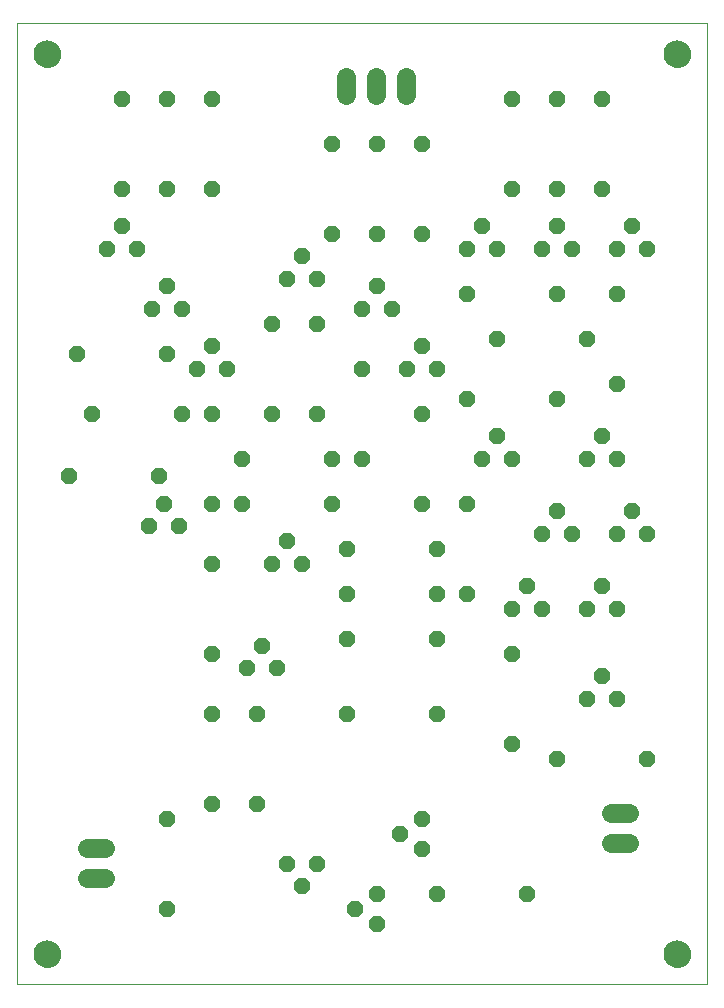
<source format=gbs>
G75*
%MOIN*%
%OFA0B0*%
%FSLAX25Y25*%
%IPPOS*%
%LPD*%
%AMOC8*
5,1,8,0,0,1.08239X$1,22.5*
%
%ADD10C,0.00000*%
%ADD11C,0.09061*%
%ADD12OC8,0.05600*%
%ADD13C,0.06400*%
D10*
X0007700Y0006850D02*
X0007700Y0327051D01*
X0237621Y0327051D01*
X0237615Y0327050D02*
X0237615Y0006845D01*
X0237621Y0006850D02*
X0007700Y0006850D01*
X0013369Y0016850D02*
X0013371Y0016981D01*
X0013377Y0017113D01*
X0013387Y0017244D01*
X0013401Y0017375D01*
X0013419Y0017505D01*
X0013441Y0017634D01*
X0013466Y0017763D01*
X0013496Y0017891D01*
X0013530Y0018018D01*
X0013567Y0018145D01*
X0013608Y0018269D01*
X0013653Y0018393D01*
X0013702Y0018515D01*
X0013754Y0018636D01*
X0013810Y0018754D01*
X0013870Y0018872D01*
X0013933Y0018987D01*
X0014000Y0019100D01*
X0014070Y0019212D01*
X0014143Y0019321D01*
X0014219Y0019427D01*
X0014299Y0019532D01*
X0014382Y0019634D01*
X0014468Y0019733D01*
X0014557Y0019830D01*
X0014649Y0019924D01*
X0014744Y0020015D01*
X0014841Y0020104D01*
X0014941Y0020189D01*
X0015044Y0020271D01*
X0015149Y0020350D01*
X0015256Y0020426D01*
X0015366Y0020498D01*
X0015478Y0020567D01*
X0015592Y0020633D01*
X0015707Y0020695D01*
X0015825Y0020754D01*
X0015944Y0020809D01*
X0016065Y0020861D01*
X0016188Y0020908D01*
X0016312Y0020952D01*
X0016437Y0020993D01*
X0016563Y0021029D01*
X0016691Y0021062D01*
X0016819Y0021090D01*
X0016948Y0021115D01*
X0017078Y0021136D01*
X0017208Y0021153D01*
X0017339Y0021166D01*
X0017470Y0021175D01*
X0017601Y0021180D01*
X0017733Y0021181D01*
X0017864Y0021178D01*
X0017996Y0021171D01*
X0018127Y0021160D01*
X0018257Y0021145D01*
X0018387Y0021126D01*
X0018517Y0021103D01*
X0018645Y0021077D01*
X0018773Y0021046D01*
X0018900Y0021011D01*
X0019026Y0020973D01*
X0019150Y0020931D01*
X0019274Y0020885D01*
X0019395Y0020835D01*
X0019515Y0020782D01*
X0019634Y0020725D01*
X0019751Y0020665D01*
X0019865Y0020601D01*
X0019978Y0020533D01*
X0020089Y0020462D01*
X0020198Y0020388D01*
X0020304Y0020311D01*
X0020408Y0020230D01*
X0020509Y0020147D01*
X0020608Y0020060D01*
X0020704Y0019970D01*
X0020797Y0019877D01*
X0020888Y0019782D01*
X0020975Y0019684D01*
X0021060Y0019583D01*
X0021141Y0019480D01*
X0021219Y0019374D01*
X0021294Y0019266D01*
X0021366Y0019156D01*
X0021434Y0019044D01*
X0021499Y0018930D01*
X0021560Y0018813D01*
X0021618Y0018695D01*
X0021672Y0018575D01*
X0021723Y0018454D01*
X0021770Y0018331D01*
X0021813Y0018207D01*
X0021852Y0018082D01*
X0021888Y0017955D01*
X0021919Y0017827D01*
X0021947Y0017699D01*
X0021971Y0017570D01*
X0021991Y0017440D01*
X0022007Y0017309D01*
X0022019Y0017178D01*
X0022027Y0017047D01*
X0022031Y0016916D01*
X0022031Y0016784D01*
X0022027Y0016653D01*
X0022019Y0016522D01*
X0022007Y0016391D01*
X0021991Y0016260D01*
X0021971Y0016130D01*
X0021947Y0016001D01*
X0021919Y0015873D01*
X0021888Y0015745D01*
X0021852Y0015618D01*
X0021813Y0015493D01*
X0021770Y0015369D01*
X0021723Y0015246D01*
X0021672Y0015125D01*
X0021618Y0015005D01*
X0021560Y0014887D01*
X0021499Y0014770D01*
X0021434Y0014656D01*
X0021366Y0014544D01*
X0021294Y0014434D01*
X0021219Y0014326D01*
X0021141Y0014220D01*
X0021060Y0014117D01*
X0020975Y0014016D01*
X0020888Y0013918D01*
X0020797Y0013823D01*
X0020704Y0013730D01*
X0020608Y0013640D01*
X0020509Y0013553D01*
X0020408Y0013470D01*
X0020304Y0013389D01*
X0020198Y0013312D01*
X0020089Y0013238D01*
X0019978Y0013167D01*
X0019866Y0013099D01*
X0019751Y0013035D01*
X0019634Y0012975D01*
X0019515Y0012918D01*
X0019395Y0012865D01*
X0019274Y0012815D01*
X0019150Y0012769D01*
X0019026Y0012727D01*
X0018900Y0012689D01*
X0018773Y0012654D01*
X0018645Y0012623D01*
X0018517Y0012597D01*
X0018387Y0012574D01*
X0018257Y0012555D01*
X0018127Y0012540D01*
X0017996Y0012529D01*
X0017864Y0012522D01*
X0017733Y0012519D01*
X0017601Y0012520D01*
X0017470Y0012525D01*
X0017339Y0012534D01*
X0017208Y0012547D01*
X0017078Y0012564D01*
X0016948Y0012585D01*
X0016819Y0012610D01*
X0016691Y0012638D01*
X0016563Y0012671D01*
X0016437Y0012707D01*
X0016312Y0012748D01*
X0016188Y0012792D01*
X0016065Y0012839D01*
X0015944Y0012891D01*
X0015825Y0012946D01*
X0015707Y0013005D01*
X0015592Y0013067D01*
X0015478Y0013133D01*
X0015366Y0013202D01*
X0015256Y0013274D01*
X0015149Y0013350D01*
X0015044Y0013429D01*
X0014941Y0013511D01*
X0014841Y0013596D01*
X0014744Y0013685D01*
X0014649Y0013776D01*
X0014557Y0013870D01*
X0014468Y0013967D01*
X0014382Y0014066D01*
X0014299Y0014168D01*
X0014219Y0014273D01*
X0014143Y0014379D01*
X0014070Y0014488D01*
X0014000Y0014600D01*
X0013933Y0014713D01*
X0013870Y0014828D01*
X0013810Y0014946D01*
X0013754Y0015064D01*
X0013702Y0015185D01*
X0013653Y0015307D01*
X0013608Y0015431D01*
X0013567Y0015555D01*
X0013530Y0015682D01*
X0013496Y0015809D01*
X0013466Y0015937D01*
X0013441Y0016066D01*
X0013419Y0016195D01*
X0013401Y0016325D01*
X0013387Y0016456D01*
X0013377Y0016587D01*
X0013371Y0016719D01*
X0013369Y0016850D01*
X0223369Y0016850D02*
X0223371Y0016981D01*
X0223377Y0017113D01*
X0223387Y0017244D01*
X0223401Y0017375D01*
X0223419Y0017505D01*
X0223441Y0017634D01*
X0223466Y0017763D01*
X0223496Y0017891D01*
X0223530Y0018018D01*
X0223567Y0018145D01*
X0223608Y0018269D01*
X0223653Y0018393D01*
X0223702Y0018515D01*
X0223754Y0018636D01*
X0223810Y0018754D01*
X0223870Y0018872D01*
X0223933Y0018987D01*
X0224000Y0019100D01*
X0224070Y0019212D01*
X0224143Y0019321D01*
X0224219Y0019427D01*
X0224299Y0019532D01*
X0224382Y0019634D01*
X0224468Y0019733D01*
X0224557Y0019830D01*
X0224649Y0019924D01*
X0224744Y0020015D01*
X0224841Y0020104D01*
X0224941Y0020189D01*
X0225044Y0020271D01*
X0225149Y0020350D01*
X0225256Y0020426D01*
X0225366Y0020498D01*
X0225478Y0020567D01*
X0225592Y0020633D01*
X0225707Y0020695D01*
X0225825Y0020754D01*
X0225944Y0020809D01*
X0226065Y0020861D01*
X0226188Y0020908D01*
X0226312Y0020952D01*
X0226437Y0020993D01*
X0226563Y0021029D01*
X0226691Y0021062D01*
X0226819Y0021090D01*
X0226948Y0021115D01*
X0227078Y0021136D01*
X0227208Y0021153D01*
X0227339Y0021166D01*
X0227470Y0021175D01*
X0227601Y0021180D01*
X0227733Y0021181D01*
X0227864Y0021178D01*
X0227996Y0021171D01*
X0228127Y0021160D01*
X0228257Y0021145D01*
X0228387Y0021126D01*
X0228517Y0021103D01*
X0228645Y0021077D01*
X0228773Y0021046D01*
X0228900Y0021011D01*
X0229026Y0020973D01*
X0229150Y0020931D01*
X0229274Y0020885D01*
X0229395Y0020835D01*
X0229515Y0020782D01*
X0229634Y0020725D01*
X0229751Y0020665D01*
X0229865Y0020601D01*
X0229978Y0020533D01*
X0230089Y0020462D01*
X0230198Y0020388D01*
X0230304Y0020311D01*
X0230408Y0020230D01*
X0230509Y0020147D01*
X0230608Y0020060D01*
X0230704Y0019970D01*
X0230797Y0019877D01*
X0230888Y0019782D01*
X0230975Y0019684D01*
X0231060Y0019583D01*
X0231141Y0019480D01*
X0231219Y0019374D01*
X0231294Y0019266D01*
X0231366Y0019156D01*
X0231434Y0019044D01*
X0231499Y0018930D01*
X0231560Y0018813D01*
X0231618Y0018695D01*
X0231672Y0018575D01*
X0231723Y0018454D01*
X0231770Y0018331D01*
X0231813Y0018207D01*
X0231852Y0018082D01*
X0231888Y0017955D01*
X0231919Y0017827D01*
X0231947Y0017699D01*
X0231971Y0017570D01*
X0231991Y0017440D01*
X0232007Y0017309D01*
X0232019Y0017178D01*
X0232027Y0017047D01*
X0232031Y0016916D01*
X0232031Y0016784D01*
X0232027Y0016653D01*
X0232019Y0016522D01*
X0232007Y0016391D01*
X0231991Y0016260D01*
X0231971Y0016130D01*
X0231947Y0016001D01*
X0231919Y0015873D01*
X0231888Y0015745D01*
X0231852Y0015618D01*
X0231813Y0015493D01*
X0231770Y0015369D01*
X0231723Y0015246D01*
X0231672Y0015125D01*
X0231618Y0015005D01*
X0231560Y0014887D01*
X0231499Y0014770D01*
X0231434Y0014656D01*
X0231366Y0014544D01*
X0231294Y0014434D01*
X0231219Y0014326D01*
X0231141Y0014220D01*
X0231060Y0014117D01*
X0230975Y0014016D01*
X0230888Y0013918D01*
X0230797Y0013823D01*
X0230704Y0013730D01*
X0230608Y0013640D01*
X0230509Y0013553D01*
X0230408Y0013470D01*
X0230304Y0013389D01*
X0230198Y0013312D01*
X0230089Y0013238D01*
X0229978Y0013167D01*
X0229866Y0013099D01*
X0229751Y0013035D01*
X0229634Y0012975D01*
X0229515Y0012918D01*
X0229395Y0012865D01*
X0229274Y0012815D01*
X0229150Y0012769D01*
X0229026Y0012727D01*
X0228900Y0012689D01*
X0228773Y0012654D01*
X0228645Y0012623D01*
X0228517Y0012597D01*
X0228387Y0012574D01*
X0228257Y0012555D01*
X0228127Y0012540D01*
X0227996Y0012529D01*
X0227864Y0012522D01*
X0227733Y0012519D01*
X0227601Y0012520D01*
X0227470Y0012525D01*
X0227339Y0012534D01*
X0227208Y0012547D01*
X0227078Y0012564D01*
X0226948Y0012585D01*
X0226819Y0012610D01*
X0226691Y0012638D01*
X0226563Y0012671D01*
X0226437Y0012707D01*
X0226312Y0012748D01*
X0226188Y0012792D01*
X0226065Y0012839D01*
X0225944Y0012891D01*
X0225825Y0012946D01*
X0225707Y0013005D01*
X0225592Y0013067D01*
X0225478Y0013133D01*
X0225366Y0013202D01*
X0225256Y0013274D01*
X0225149Y0013350D01*
X0225044Y0013429D01*
X0224941Y0013511D01*
X0224841Y0013596D01*
X0224744Y0013685D01*
X0224649Y0013776D01*
X0224557Y0013870D01*
X0224468Y0013967D01*
X0224382Y0014066D01*
X0224299Y0014168D01*
X0224219Y0014273D01*
X0224143Y0014379D01*
X0224070Y0014488D01*
X0224000Y0014600D01*
X0223933Y0014713D01*
X0223870Y0014828D01*
X0223810Y0014946D01*
X0223754Y0015064D01*
X0223702Y0015185D01*
X0223653Y0015307D01*
X0223608Y0015431D01*
X0223567Y0015555D01*
X0223530Y0015682D01*
X0223496Y0015809D01*
X0223466Y0015937D01*
X0223441Y0016066D01*
X0223419Y0016195D01*
X0223401Y0016325D01*
X0223387Y0016456D01*
X0223377Y0016587D01*
X0223371Y0016719D01*
X0223369Y0016850D01*
X0223369Y0316850D02*
X0223371Y0316981D01*
X0223377Y0317113D01*
X0223387Y0317244D01*
X0223401Y0317375D01*
X0223419Y0317505D01*
X0223441Y0317634D01*
X0223466Y0317763D01*
X0223496Y0317891D01*
X0223530Y0318018D01*
X0223567Y0318145D01*
X0223608Y0318269D01*
X0223653Y0318393D01*
X0223702Y0318515D01*
X0223754Y0318636D01*
X0223810Y0318754D01*
X0223870Y0318872D01*
X0223933Y0318987D01*
X0224000Y0319100D01*
X0224070Y0319212D01*
X0224143Y0319321D01*
X0224219Y0319427D01*
X0224299Y0319532D01*
X0224382Y0319634D01*
X0224468Y0319733D01*
X0224557Y0319830D01*
X0224649Y0319924D01*
X0224744Y0320015D01*
X0224841Y0320104D01*
X0224941Y0320189D01*
X0225044Y0320271D01*
X0225149Y0320350D01*
X0225256Y0320426D01*
X0225366Y0320498D01*
X0225478Y0320567D01*
X0225592Y0320633D01*
X0225707Y0320695D01*
X0225825Y0320754D01*
X0225944Y0320809D01*
X0226065Y0320861D01*
X0226188Y0320908D01*
X0226312Y0320952D01*
X0226437Y0320993D01*
X0226563Y0321029D01*
X0226691Y0321062D01*
X0226819Y0321090D01*
X0226948Y0321115D01*
X0227078Y0321136D01*
X0227208Y0321153D01*
X0227339Y0321166D01*
X0227470Y0321175D01*
X0227601Y0321180D01*
X0227733Y0321181D01*
X0227864Y0321178D01*
X0227996Y0321171D01*
X0228127Y0321160D01*
X0228257Y0321145D01*
X0228387Y0321126D01*
X0228517Y0321103D01*
X0228645Y0321077D01*
X0228773Y0321046D01*
X0228900Y0321011D01*
X0229026Y0320973D01*
X0229150Y0320931D01*
X0229274Y0320885D01*
X0229395Y0320835D01*
X0229515Y0320782D01*
X0229634Y0320725D01*
X0229751Y0320665D01*
X0229865Y0320601D01*
X0229978Y0320533D01*
X0230089Y0320462D01*
X0230198Y0320388D01*
X0230304Y0320311D01*
X0230408Y0320230D01*
X0230509Y0320147D01*
X0230608Y0320060D01*
X0230704Y0319970D01*
X0230797Y0319877D01*
X0230888Y0319782D01*
X0230975Y0319684D01*
X0231060Y0319583D01*
X0231141Y0319480D01*
X0231219Y0319374D01*
X0231294Y0319266D01*
X0231366Y0319156D01*
X0231434Y0319044D01*
X0231499Y0318930D01*
X0231560Y0318813D01*
X0231618Y0318695D01*
X0231672Y0318575D01*
X0231723Y0318454D01*
X0231770Y0318331D01*
X0231813Y0318207D01*
X0231852Y0318082D01*
X0231888Y0317955D01*
X0231919Y0317827D01*
X0231947Y0317699D01*
X0231971Y0317570D01*
X0231991Y0317440D01*
X0232007Y0317309D01*
X0232019Y0317178D01*
X0232027Y0317047D01*
X0232031Y0316916D01*
X0232031Y0316784D01*
X0232027Y0316653D01*
X0232019Y0316522D01*
X0232007Y0316391D01*
X0231991Y0316260D01*
X0231971Y0316130D01*
X0231947Y0316001D01*
X0231919Y0315873D01*
X0231888Y0315745D01*
X0231852Y0315618D01*
X0231813Y0315493D01*
X0231770Y0315369D01*
X0231723Y0315246D01*
X0231672Y0315125D01*
X0231618Y0315005D01*
X0231560Y0314887D01*
X0231499Y0314770D01*
X0231434Y0314656D01*
X0231366Y0314544D01*
X0231294Y0314434D01*
X0231219Y0314326D01*
X0231141Y0314220D01*
X0231060Y0314117D01*
X0230975Y0314016D01*
X0230888Y0313918D01*
X0230797Y0313823D01*
X0230704Y0313730D01*
X0230608Y0313640D01*
X0230509Y0313553D01*
X0230408Y0313470D01*
X0230304Y0313389D01*
X0230198Y0313312D01*
X0230089Y0313238D01*
X0229978Y0313167D01*
X0229866Y0313099D01*
X0229751Y0313035D01*
X0229634Y0312975D01*
X0229515Y0312918D01*
X0229395Y0312865D01*
X0229274Y0312815D01*
X0229150Y0312769D01*
X0229026Y0312727D01*
X0228900Y0312689D01*
X0228773Y0312654D01*
X0228645Y0312623D01*
X0228517Y0312597D01*
X0228387Y0312574D01*
X0228257Y0312555D01*
X0228127Y0312540D01*
X0227996Y0312529D01*
X0227864Y0312522D01*
X0227733Y0312519D01*
X0227601Y0312520D01*
X0227470Y0312525D01*
X0227339Y0312534D01*
X0227208Y0312547D01*
X0227078Y0312564D01*
X0226948Y0312585D01*
X0226819Y0312610D01*
X0226691Y0312638D01*
X0226563Y0312671D01*
X0226437Y0312707D01*
X0226312Y0312748D01*
X0226188Y0312792D01*
X0226065Y0312839D01*
X0225944Y0312891D01*
X0225825Y0312946D01*
X0225707Y0313005D01*
X0225592Y0313067D01*
X0225478Y0313133D01*
X0225366Y0313202D01*
X0225256Y0313274D01*
X0225149Y0313350D01*
X0225044Y0313429D01*
X0224941Y0313511D01*
X0224841Y0313596D01*
X0224744Y0313685D01*
X0224649Y0313776D01*
X0224557Y0313870D01*
X0224468Y0313967D01*
X0224382Y0314066D01*
X0224299Y0314168D01*
X0224219Y0314273D01*
X0224143Y0314379D01*
X0224070Y0314488D01*
X0224000Y0314600D01*
X0223933Y0314713D01*
X0223870Y0314828D01*
X0223810Y0314946D01*
X0223754Y0315064D01*
X0223702Y0315185D01*
X0223653Y0315307D01*
X0223608Y0315431D01*
X0223567Y0315555D01*
X0223530Y0315682D01*
X0223496Y0315809D01*
X0223466Y0315937D01*
X0223441Y0316066D01*
X0223419Y0316195D01*
X0223401Y0316325D01*
X0223387Y0316456D01*
X0223377Y0316587D01*
X0223371Y0316719D01*
X0223369Y0316850D01*
X0013369Y0316850D02*
X0013371Y0316981D01*
X0013377Y0317113D01*
X0013387Y0317244D01*
X0013401Y0317375D01*
X0013419Y0317505D01*
X0013441Y0317634D01*
X0013466Y0317763D01*
X0013496Y0317891D01*
X0013530Y0318018D01*
X0013567Y0318145D01*
X0013608Y0318269D01*
X0013653Y0318393D01*
X0013702Y0318515D01*
X0013754Y0318636D01*
X0013810Y0318754D01*
X0013870Y0318872D01*
X0013933Y0318987D01*
X0014000Y0319100D01*
X0014070Y0319212D01*
X0014143Y0319321D01*
X0014219Y0319427D01*
X0014299Y0319532D01*
X0014382Y0319634D01*
X0014468Y0319733D01*
X0014557Y0319830D01*
X0014649Y0319924D01*
X0014744Y0320015D01*
X0014841Y0320104D01*
X0014941Y0320189D01*
X0015044Y0320271D01*
X0015149Y0320350D01*
X0015256Y0320426D01*
X0015366Y0320498D01*
X0015478Y0320567D01*
X0015592Y0320633D01*
X0015707Y0320695D01*
X0015825Y0320754D01*
X0015944Y0320809D01*
X0016065Y0320861D01*
X0016188Y0320908D01*
X0016312Y0320952D01*
X0016437Y0320993D01*
X0016563Y0321029D01*
X0016691Y0321062D01*
X0016819Y0321090D01*
X0016948Y0321115D01*
X0017078Y0321136D01*
X0017208Y0321153D01*
X0017339Y0321166D01*
X0017470Y0321175D01*
X0017601Y0321180D01*
X0017733Y0321181D01*
X0017864Y0321178D01*
X0017996Y0321171D01*
X0018127Y0321160D01*
X0018257Y0321145D01*
X0018387Y0321126D01*
X0018517Y0321103D01*
X0018645Y0321077D01*
X0018773Y0321046D01*
X0018900Y0321011D01*
X0019026Y0320973D01*
X0019150Y0320931D01*
X0019274Y0320885D01*
X0019395Y0320835D01*
X0019515Y0320782D01*
X0019634Y0320725D01*
X0019751Y0320665D01*
X0019865Y0320601D01*
X0019978Y0320533D01*
X0020089Y0320462D01*
X0020198Y0320388D01*
X0020304Y0320311D01*
X0020408Y0320230D01*
X0020509Y0320147D01*
X0020608Y0320060D01*
X0020704Y0319970D01*
X0020797Y0319877D01*
X0020888Y0319782D01*
X0020975Y0319684D01*
X0021060Y0319583D01*
X0021141Y0319480D01*
X0021219Y0319374D01*
X0021294Y0319266D01*
X0021366Y0319156D01*
X0021434Y0319044D01*
X0021499Y0318930D01*
X0021560Y0318813D01*
X0021618Y0318695D01*
X0021672Y0318575D01*
X0021723Y0318454D01*
X0021770Y0318331D01*
X0021813Y0318207D01*
X0021852Y0318082D01*
X0021888Y0317955D01*
X0021919Y0317827D01*
X0021947Y0317699D01*
X0021971Y0317570D01*
X0021991Y0317440D01*
X0022007Y0317309D01*
X0022019Y0317178D01*
X0022027Y0317047D01*
X0022031Y0316916D01*
X0022031Y0316784D01*
X0022027Y0316653D01*
X0022019Y0316522D01*
X0022007Y0316391D01*
X0021991Y0316260D01*
X0021971Y0316130D01*
X0021947Y0316001D01*
X0021919Y0315873D01*
X0021888Y0315745D01*
X0021852Y0315618D01*
X0021813Y0315493D01*
X0021770Y0315369D01*
X0021723Y0315246D01*
X0021672Y0315125D01*
X0021618Y0315005D01*
X0021560Y0314887D01*
X0021499Y0314770D01*
X0021434Y0314656D01*
X0021366Y0314544D01*
X0021294Y0314434D01*
X0021219Y0314326D01*
X0021141Y0314220D01*
X0021060Y0314117D01*
X0020975Y0314016D01*
X0020888Y0313918D01*
X0020797Y0313823D01*
X0020704Y0313730D01*
X0020608Y0313640D01*
X0020509Y0313553D01*
X0020408Y0313470D01*
X0020304Y0313389D01*
X0020198Y0313312D01*
X0020089Y0313238D01*
X0019978Y0313167D01*
X0019866Y0313099D01*
X0019751Y0313035D01*
X0019634Y0312975D01*
X0019515Y0312918D01*
X0019395Y0312865D01*
X0019274Y0312815D01*
X0019150Y0312769D01*
X0019026Y0312727D01*
X0018900Y0312689D01*
X0018773Y0312654D01*
X0018645Y0312623D01*
X0018517Y0312597D01*
X0018387Y0312574D01*
X0018257Y0312555D01*
X0018127Y0312540D01*
X0017996Y0312529D01*
X0017864Y0312522D01*
X0017733Y0312519D01*
X0017601Y0312520D01*
X0017470Y0312525D01*
X0017339Y0312534D01*
X0017208Y0312547D01*
X0017078Y0312564D01*
X0016948Y0312585D01*
X0016819Y0312610D01*
X0016691Y0312638D01*
X0016563Y0312671D01*
X0016437Y0312707D01*
X0016312Y0312748D01*
X0016188Y0312792D01*
X0016065Y0312839D01*
X0015944Y0312891D01*
X0015825Y0312946D01*
X0015707Y0313005D01*
X0015592Y0313067D01*
X0015478Y0313133D01*
X0015366Y0313202D01*
X0015256Y0313274D01*
X0015149Y0313350D01*
X0015044Y0313429D01*
X0014941Y0313511D01*
X0014841Y0313596D01*
X0014744Y0313685D01*
X0014649Y0313776D01*
X0014557Y0313870D01*
X0014468Y0313967D01*
X0014382Y0314066D01*
X0014299Y0314168D01*
X0014219Y0314273D01*
X0014143Y0314379D01*
X0014070Y0314488D01*
X0014000Y0314600D01*
X0013933Y0314713D01*
X0013870Y0314828D01*
X0013810Y0314946D01*
X0013754Y0315064D01*
X0013702Y0315185D01*
X0013653Y0315307D01*
X0013608Y0315431D01*
X0013567Y0315555D01*
X0013530Y0315682D01*
X0013496Y0315809D01*
X0013466Y0315937D01*
X0013441Y0316066D01*
X0013419Y0316195D01*
X0013401Y0316325D01*
X0013387Y0316456D01*
X0013377Y0316587D01*
X0013371Y0316719D01*
X0013369Y0316850D01*
D11*
X0017700Y0316850D03*
X0227700Y0316850D03*
X0227700Y0016850D03*
X0017700Y0016850D03*
D12*
X0057700Y0031850D03*
X0057700Y0061850D03*
X0072700Y0066850D03*
X0087700Y0066850D03*
X0097700Y0046850D03*
X0102700Y0039350D03*
X0107700Y0046850D03*
X0120200Y0031850D03*
X0127700Y0026850D03*
X0127700Y0036850D03*
X0142700Y0051850D03*
X0135200Y0056850D03*
X0142700Y0061850D03*
X0147700Y0036850D03*
X0177700Y0036850D03*
X0187700Y0081850D03*
X0172700Y0086850D03*
X0172700Y0116850D03*
X0172700Y0131850D03*
X0177700Y0139350D03*
X0182700Y0131850D03*
X0197700Y0131850D03*
X0202700Y0139350D03*
X0207700Y0131850D03*
X0202700Y0109350D03*
X0197700Y0101850D03*
X0207700Y0101850D03*
X0217700Y0081850D03*
X0217700Y0156850D03*
X0212700Y0164350D03*
X0207700Y0156850D03*
X0192700Y0156850D03*
X0187700Y0164350D03*
X0182700Y0156850D03*
X0172700Y0181850D03*
X0167700Y0189350D03*
X0162700Y0181850D03*
X0157700Y0166850D03*
X0147700Y0151850D03*
X0142700Y0166850D03*
X0122700Y0181850D03*
X0112700Y0181850D03*
X0107700Y0196850D03*
X0092700Y0196850D03*
X0082700Y0181850D03*
X0072700Y0196850D03*
X0062700Y0196850D03*
X0067700Y0211850D03*
X0072700Y0219350D03*
X0077700Y0211850D03*
X0092700Y0226850D03*
X0097700Y0241850D03*
X0102700Y0249350D03*
X0107700Y0241850D03*
X0112700Y0256850D03*
X0127700Y0256850D03*
X0127700Y0239350D03*
X0122700Y0231850D03*
X0132700Y0231850D03*
X0142700Y0219350D03*
X0137700Y0211850D03*
X0147700Y0211850D03*
X0157700Y0201850D03*
X0142700Y0196850D03*
X0122700Y0211850D03*
X0107700Y0226850D03*
X0072700Y0271850D03*
X0057700Y0271850D03*
X0042700Y0271850D03*
X0042700Y0259350D03*
X0037700Y0251850D03*
X0047700Y0251850D03*
X0057700Y0239350D03*
X0052700Y0231850D03*
X0062700Y0231850D03*
X0057700Y0216850D03*
X0032700Y0196850D03*
X0027700Y0216850D03*
X0024875Y0176045D03*
X0051485Y0159360D03*
X0056485Y0166860D03*
X0061485Y0159360D03*
X0072700Y0166850D03*
X0082700Y0166850D03*
X0097700Y0154350D03*
X0092700Y0146850D03*
X0102700Y0146850D03*
X0112700Y0166850D03*
X0117700Y0151850D03*
X0117700Y0136850D03*
X0117700Y0121850D03*
X0117700Y0096850D03*
X0094155Y0112065D03*
X0089155Y0119565D03*
X0084155Y0112065D03*
X0072700Y0116850D03*
X0072700Y0096850D03*
X0087700Y0096850D03*
X0072700Y0146850D03*
X0054875Y0176045D03*
X0112700Y0286850D03*
X0127700Y0286850D03*
X0142700Y0286850D03*
X0162700Y0259350D03*
X0157700Y0251850D03*
X0167700Y0251850D03*
X0157700Y0236850D03*
X0167700Y0221850D03*
X0187700Y0236850D03*
X0197700Y0221850D03*
X0207700Y0236850D03*
X0207700Y0251850D03*
X0212700Y0259350D03*
X0217700Y0251850D03*
X0202700Y0271850D03*
X0187700Y0271850D03*
X0187700Y0259350D03*
X0182700Y0251850D03*
X0192700Y0251850D03*
X0172700Y0271850D03*
X0172700Y0301850D03*
X0187700Y0301850D03*
X0202700Y0301850D03*
X0142700Y0256850D03*
X0187700Y0201850D03*
X0202700Y0189350D03*
X0197700Y0181850D03*
X0207700Y0181850D03*
X0207700Y0206850D03*
X0157700Y0136850D03*
X0147700Y0136850D03*
X0147700Y0121850D03*
X0147700Y0096850D03*
X0072700Y0301850D03*
X0057700Y0301850D03*
X0042700Y0301850D03*
D13*
X0117350Y0303155D02*
X0117350Y0309155D01*
X0127350Y0309155D02*
X0127350Y0303155D01*
X0137350Y0303155D02*
X0137350Y0309155D01*
X0205590Y0063685D02*
X0211590Y0063685D01*
X0211590Y0053685D02*
X0205590Y0053685D01*
X0036885Y0052210D02*
X0030885Y0052210D01*
X0030885Y0042210D02*
X0036885Y0042210D01*
M02*

</source>
